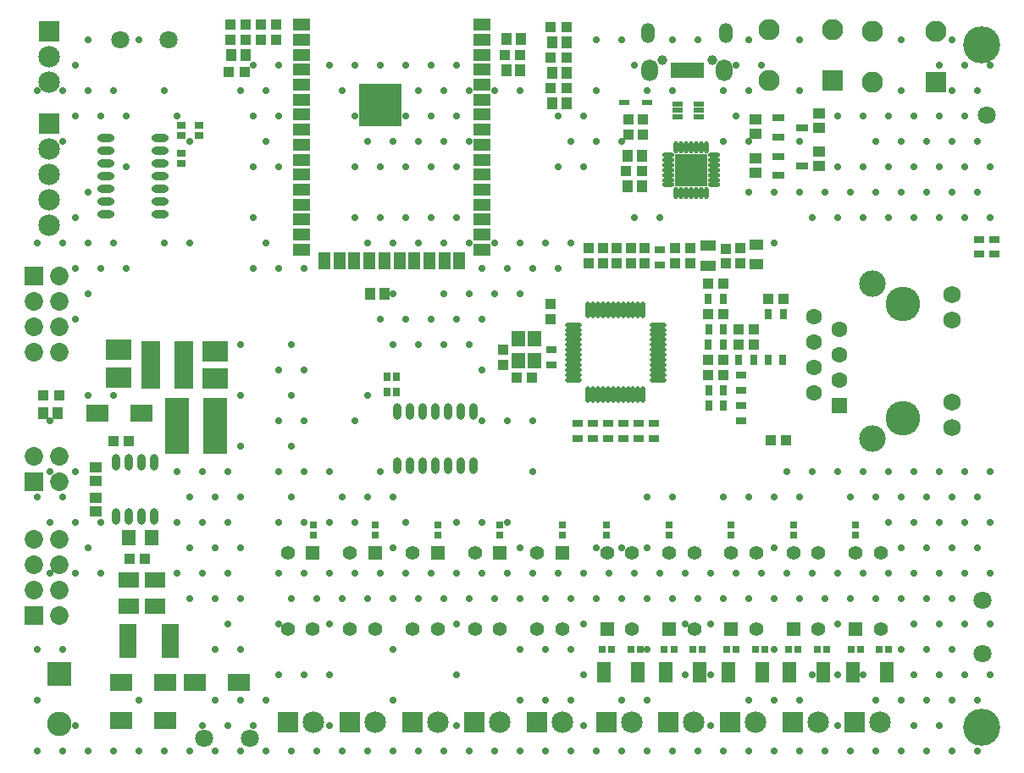
<source format=gts>
G04*
G04 #@! TF.GenerationSoftware,Altium Limited,Altium Designer,22.11.1 (43)*
G04*
G04 Layer_Color=8388736*
%FSLAX44Y44*%
%MOMM*%
G71*
G04*
G04 #@! TF.SameCoordinates,F8BDC5C1-D14C-489C-B73B-B84716E4099B*
G04*
G04*
G04 #@! TF.FilePolarity,Negative*
G04*
G01*
G75*
%ADD56R,1.0032X1.0032*%
%ADD57O,1.7032X0.8032*%
%ADD58R,0.8432X0.8032*%
%ADD59R,1.1032X0.7532*%
%ADD60O,0.8032X1.6532*%
%ADD61R,0.8032X0.8432*%
%ADD62R,2.3032X1.7532*%
%ADD63C,1.8032*%
%ADD64R,1.4032X2.0532*%
%ADD65R,0.7532X0.7532*%
%ADD66O,0.4532X1.2532*%
%ADD67R,3.3332X3.3332*%
%ADD68O,1.2532X0.4532*%
%ADD69R,0.7532X1.1032*%
%ADD70R,0.7532X0.7532*%
%ADD71R,2.0032X1.5032*%
%ADD72R,2.5032X2.1532*%
%ADD73R,1.7532X3.4132*%
%ADD74R,1.5432X1.0032*%
%ADD75R,1.0032X1.1532*%
%ADD76R,4.2032X4.2032*%
%ADD77R,1.7032X1.2032*%
%ADD78R,1.2032X1.7032*%
%ADD79R,1.0032X1.0032*%
%ADD80R,0.6532X1.5032*%
%ADD81R,2.3532X5.7032*%
%ADD82R,1.9532X4.7032*%
%ADD83R,1.4532X1.0032*%
%ADD84O,1.6532X0.5032*%
%ADD85O,0.5032X1.6532*%
%ADD86R,1.0032X0.6032*%
%ADD87R,1.1532X1.0032*%
%ADD88R,1.2032X0.8032*%
%ADD89R,1.4732X1.6002*%
%ADD90R,1.3532X1.6032*%
%ADD91C,2.1532*%
%ADD92R,2.1532X2.1532*%
%ADD93C,1.4032*%
%ADD94R,1.4032X1.4032*%
%ADD95R,2.1532X2.1532*%
%ADD96C,3.7084*%
%ADD97R,2.1082X2.1082*%
%ADD98C,2.1082*%
%ADD99R,1.6012X1.6012*%
%ADD100C,1.6012*%
%ADD101C,1.7332*%
%ADD102C,3.4532*%
%ADD103C,2.6482*%
%ADD104R,2.4532X2.4532*%
%ADD105C,2.4532*%
%ADD106C,1.8532*%
%ADD107R,1.8532X1.8532*%
%ADD108O,1.6532X2.2032*%
%ADD109O,1.3532X2.0032*%
%ADD110C,1.0032*%
%ADD111C,0.7032*%
D56*
X884348Y1150086D02*
D03*
Y1165086D02*
D03*
X870378Y1150086D02*
D03*
Y1165086D02*
D03*
X872490Y1036200D02*
D03*
Y1021200D02*
D03*
X858520Y1036080D02*
D03*
Y1021080D02*
D03*
X830580Y1021200D02*
D03*
Y1036200D02*
D03*
X792480Y965320D02*
D03*
Y980320D02*
D03*
X518160Y1259720D02*
D03*
Y1244720D02*
D03*
X472440Y1259720D02*
D03*
Y1244720D02*
D03*
X487680Y1259720D02*
D03*
Y1244720D02*
D03*
X502920Y1259720D02*
D03*
Y1244720D02*
D03*
X886460Y1021200D02*
D03*
Y1036200D02*
D03*
X981710D02*
D03*
Y1021200D02*
D03*
X744443Y919480D02*
D03*
Y934480D02*
D03*
X967740Y1035960D02*
D03*
Y1020960D02*
D03*
X932180Y1036080D02*
D03*
Y1021080D02*
D03*
X916940Y1036080D02*
D03*
Y1021080D02*
D03*
X844550Y1036200D02*
D03*
Y1021200D02*
D03*
D57*
X401650Y1070610D02*
D03*
Y1083310D02*
D03*
Y1096010D02*
D03*
Y1108710D02*
D03*
Y1121410D02*
D03*
Y1134110D02*
D03*
Y1146810D02*
D03*
X347650Y1070610D02*
D03*
Y1083310D02*
D03*
Y1096010D02*
D03*
Y1108710D02*
D03*
Y1121410D02*
D03*
Y1134110D02*
D03*
Y1146810D02*
D03*
D58*
X440690Y1158950D02*
D03*
Y1149350D02*
D03*
X422910Y1158950D02*
D03*
Y1149350D02*
D03*
Y1131010D02*
D03*
Y1121410D02*
D03*
D59*
X895350Y845940D02*
D03*
Y860940D02*
D03*
X880110Y860940D02*
D03*
Y845940D02*
D03*
X849630Y860820D02*
D03*
Y845820D02*
D03*
X982980Y894200D02*
D03*
Y909200D02*
D03*
Y878720D02*
D03*
Y863720D02*
D03*
X864870Y845940D02*
D03*
Y860940D02*
D03*
X819150Y860940D02*
D03*
Y845940D02*
D03*
X834390Y845940D02*
D03*
Y860940D02*
D03*
X792703Y934600D02*
D03*
Y919600D02*
D03*
X901700Y1019810D02*
D03*
Y1034810D02*
D03*
X1235710Y1045090D02*
D03*
Y1030090D02*
D03*
X1220470D02*
D03*
Y1045090D02*
D03*
D60*
X638810Y818570D02*
D03*
X651510D02*
D03*
X664210D02*
D03*
X676910D02*
D03*
X689610D02*
D03*
X702310D02*
D03*
X715010D02*
D03*
X638810Y873070D02*
D03*
X651510D02*
D03*
X664210D02*
D03*
X676910D02*
D03*
X689610D02*
D03*
X702310D02*
D03*
X715010D02*
D03*
X357759Y767770D02*
D03*
X370459D02*
D03*
X383159D02*
D03*
X395859D02*
D03*
X357759Y822270D02*
D03*
X370459D02*
D03*
X383159D02*
D03*
X395859D02*
D03*
D61*
X638530Y908050D02*
D03*
X628930D02*
D03*
X638530Y892810D02*
D03*
X628930D02*
D03*
D62*
X436470Y601980D02*
D03*
X480470D02*
D03*
X406810Y564104D02*
D03*
X362810D02*
D03*
X339540Y871220D02*
D03*
X383540D02*
D03*
X406810Y601980D02*
D03*
X362810D02*
D03*
D63*
X491490Y546100D02*
D03*
X1224280Y684530D02*
D03*
X361950Y1244600D02*
D03*
X410210D02*
D03*
X445770Y546100D02*
D03*
X1224280Y631190D02*
D03*
X1228090Y1169670D02*
D03*
D64*
X1064500Y612140D02*
D03*
X1031000D02*
D03*
X1003540D02*
D03*
X970040D02*
D03*
X1128000D02*
D03*
X1094500D02*
D03*
X941310D02*
D03*
X907810D02*
D03*
X879080D02*
D03*
X845580D02*
D03*
D65*
X881990Y635000D02*
D03*
X872490D02*
D03*
X915570D02*
D03*
X906070D02*
D03*
X934620D02*
D03*
X944120D02*
D03*
X977700D02*
D03*
X968200D02*
D03*
X1006250D02*
D03*
X996750D02*
D03*
X1039800D02*
D03*
X1030300D02*
D03*
X1058880D02*
D03*
X1068380D02*
D03*
X1092460D02*
D03*
X1101960D02*
D03*
X1130510D02*
D03*
X1121010D02*
D03*
X843940D02*
D03*
X853440D02*
D03*
D66*
X937688Y1137526D02*
D03*
X947688D02*
D03*
X942688D02*
D03*
X932688D02*
D03*
X927688D02*
D03*
X922688D02*
D03*
X917688D02*
D03*
Y1091526D02*
D03*
X922688D02*
D03*
X927688D02*
D03*
X932688D02*
D03*
X937688D02*
D03*
X942688D02*
D03*
X947688D02*
D03*
D67*
X932688Y1114526D02*
D03*
D68*
X909688Y1129526D02*
D03*
Y1124526D02*
D03*
Y1119526D02*
D03*
Y1114526D02*
D03*
Y1109526D02*
D03*
Y1104526D02*
D03*
Y1099526D02*
D03*
X955688D02*
D03*
Y1104526D02*
D03*
Y1109526D02*
D03*
Y1114526D02*
D03*
Y1119526D02*
D03*
Y1124526D02*
D03*
Y1129526D02*
D03*
D69*
X1009650Y924560D02*
D03*
X1024650D02*
D03*
X995560D02*
D03*
X980560D02*
D03*
X1009770Y970280D02*
D03*
X1024770D02*
D03*
X950200Y955040D02*
D03*
X965200D02*
D03*
X950080Y939800D02*
D03*
X965080D02*
D03*
X950200Y894080D02*
D03*
X965200D02*
D03*
X950200Y878840D02*
D03*
X965200D02*
D03*
X965080Y985520D02*
D03*
X950080D02*
D03*
D70*
X617220Y759130D02*
D03*
Y749630D02*
D03*
X554990Y759130D02*
D03*
Y749630D02*
D03*
X679450Y759130D02*
D03*
Y749630D02*
D03*
X803910Y759130D02*
D03*
Y749630D02*
D03*
X741680Y759130D02*
D03*
Y749630D02*
D03*
X848360Y759130D02*
D03*
Y749630D02*
D03*
X910590Y759130D02*
D03*
Y749630D02*
D03*
X972820Y759130D02*
D03*
Y749630D02*
D03*
X1035050Y759130D02*
D03*
Y749630D02*
D03*
X1097280Y759130D02*
D03*
Y749630D02*
D03*
D71*
X370540Y678180D02*
D03*
X396540D02*
D03*
Y704850D02*
D03*
X370540D02*
D03*
D72*
X457200Y905730D02*
D03*
Y933230D02*
D03*
X360680Y907000D02*
D03*
Y934500D02*
D03*
D73*
X412160Y643890D02*
D03*
X370160D02*
D03*
D74*
X949960Y1038960D02*
D03*
Y1018360D02*
D03*
D75*
X612110Y990600D02*
D03*
X626110D02*
D03*
X762650Y1245870D02*
D03*
X748650D02*
D03*
X473060Y1229360D02*
D03*
X487060D02*
D03*
X762030Y1214120D02*
D03*
X748030D02*
D03*
X869728Y1128496D02*
D03*
X883728D02*
D03*
X869728Y1098016D02*
D03*
X883728D02*
D03*
X794370Y1242060D02*
D03*
X808370D02*
D03*
X794370Y1211580D02*
D03*
X808370D02*
D03*
X794370Y1181100D02*
D03*
X808370D02*
D03*
X285100Y871220D02*
D03*
X299100D02*
D03*
D76*
X621730Y1179230D02*
D03*
D77*
X723730Y1259840D02*
D03*
X543730Y1259840D02*
D03*
Y1244840D02*
D03*
Y1229840D02*
D03*
Y1214840D02*
D03*
Y1199840D02*
D03*
Y1184840D02*
D03*
Y1169840D02*
D03*
Y1154840D02*
D03*
Y1139840D02*
D03*
Y1124840D02*
D03*
Y1109840D02*
D03*
Y1094840D02*
D03*
Y1079840D02*
D03*
Y1064840D02*
D03*
Y1049840D02*
D03*
Y1034840D02*
D03*
X723730Y1244840D02*
D03*
Y1229840D02*
D03*
Y1214840D02*
D03*
Y1199840D02*
D03*
Y1184840D02*
D03*
Y1169840D02*
D03*
Y1154840D02*
D03*
Y1139840D02*
D03*
Y1124840D02*
D03*
Y1109840D02*
D03*
Y1094840D02*
D03*
Y1079840D02*
D03*
Y1064840D02*
D03*
Y1049840D02*
D03*
Y1034840D02*
D03*
D78*
X566230Y1023620D02*
D03*
X581230D02*
D03*
X596230D02*
D03*
X611230D02*
D03*
X701230D02*
D03*
X686230D02*
D03*
X671230D02*
D03*
X656230D02*
D03*
X641230D02*
D03*
X626230D02*
D03*
D79*
X1009890Y985520D02*
D03*
X1024890D02*
D03*
X995560Y939800D02*
D03*
X980560D02*
D03*
X965080Y1000760D02*
D03*
X950080D02*
D03*
X965080Y909320D02*
D03*
X950080D02*
D03*
X1012310Y844550D02*
D03*
X1027310D02*
D03*
X470790Y1212850D02*
D03*
X486790D02*
D03*
X761880Y1229360D02*
D03*
X746880D02*
D03*
X965080Y924560D02*
D03*
X950080D02*
D03*
X965080Y970280D02*
D03*
X950080D02*
D03*
X995560Y955040D02*
D03*
X980560D02*
D03*
X758532Y906780D02*
D03*
X773532D02*
D03*
X883712Y1113256D02*
D03*
X867712D02*
D03*
X808530Y1257449D02*
D03*
X792530D02*
D03*
X808100Y1226820D02*
D03*
X792100D02*
D03*
X808100Y1196340D02*
D03*
X792100D02*
D03*
X370339Y843280D02*
D03*
X355339D02*
D03*
X386425Y725642D02*
D03*
X371425D02*
D03*
X284990Y889000D02*
D03*
X300990D02*
D03*
D80*
X915798Y1213796D02*
D03*
X922298D02*
D03*
X928798D02*
D03*
X935298D02*
D03*
X941798D02*
D03*
D81*
X418700Y858520D02*
D03*
X457200D02*
D03*
D82*
X392950Y919480D02*
D03*
X425450D02*
D03*
D83*
X998220Y1039970D02*
D03*
Y1019970D02*
D03*
D84*
X899500Y904680D02*
D03*
Y909680D02*
D03*
Y914680D02*
D03*
Y919680D02*
D03*
Y924680D02*
D03*
Y929680D02*
D03*
Y934680D02*
D03*
Y939680D02*
D03*
Y944680D02*
D03*
Y949680D02*
D03*
Y954680D02*
D03*
Y959680D02*
D03*
X815000D02*
D03*
Y954680D02*
D03*
Y949680D02*
D03*
Y944680D02*
D03*
Y939680D02*
D03*
Y934680D02*
D03*
Y929680D02*
D03*
Y924680D02*
D03*
Y919680D02*
D03*
Y914680D02*
D03*
Y909680D02*
D03*
Y904680D02*
D03*
D85*
X884750Y974430D02*
D03*
X879750D02*
D03*
X874750D02*
D03*
X869750D02*
D03*
X864750D02*
D03*
X859750D02*
D03*
X854750D02*
D03*
X849750D02*
D03*
X844750D02*
D03*
X839750D02*
D03*
X834750D02*
D03*
X829750D02*
D03*
Y889930D02*
D03*
X834750D02*
D03*
X839750D02*
D03*
X844750D02*
D03*
X849750D02*
D03*
X854750D02*
D03*
X859750D02*
D03*
X864750D02*
D03*
X869750D02*
D03*
X874750D02*
D03*
X879750D02*
D03*
X884750D02*
D03*
D86*
X889070Y1182370D02*
D03*
X866070D02*
D03*
X940818Y1180716D02*
D03*
Y1174216D02*
D03*
Y1167716D02*
D03*
X919318D02*
D03*
Y1180716D02*
D03*
Y1174216D02*
D03*
D87*
X1060878Y1157056D02*
D03*
Y1171056D02*
D03*
Y1118956D02*
D03*
Y1132956D02*
D03*
X997378Y1150706D02*
D03*
Y1164706D02*
D03*
Y1111986D02*
D03*
Y1125986D02*
D03*
X337820Y772780D02*
D03*
Y786780D02*
D03*
Y803260D02*
D03*
Y817260D02*
D03*
D88*
X1043904Y1156946D02*
D03*
X1019904Y1147446D02*
D03*
Y1166446D02*
D03*
X1043668Y1118336D02*
D03*
X1019668Y1108836D02*
D03*
Y1127836D02*
D03*
D89*
X393319Y746760D02*
D03*
X370459D02*
D03*
D90*
X760282Y923407D02*
D03*
X776282Y945407D02*
D03*
Y923407D02*
D03*
X760282Y945407D02*
D03*
D91*
X290830Y1202690D02*
D03*
Y1228090D02*
D03*
Y1059180D02*
D03*
Y1084580D02*
D03*
Y1135380D02*
D03*
Y1109980D02*
D03*
X803910Y562610D02*
D03*
X741680D02*
D03*
X679450D02*
D03*
X617220D02*
D03*
X554990D02*
D03*
X1059498D02*
D03*
X997585D02*
D03*
X1121410D02*
D03*
X935673D02*
D03*
X873760D02*
D03*
D92*
X290830Y1253490D02*
D03*
Y1160780D02*
D03*
D93*
X591920Y655320D02*
D03*
X616920D02*
D03*
X591920Y731520D02*
D03*
X529590D02*
D03*
X554590Y655320D02*
D03*
X529590D02*
D03*
X1122280D02*
D03*
X1097280Y731520D02*
D03*
X1122280D02*
D03*
X1060150Y655320D02*
D03*
X1035150Y731520D02*
D03*
X1060150D02*
D03*
X998020Y655320D02*
D03*
X973020Y731520D02*
D03*
X998020D02*
D03*
X935890Y655320D02*
D03*
X910890Y731520D02*
D03*
X935890D02*
D03*
X873760Y655320D02*
D03*
X848760Y731520D02*
D03*
X873760D02*
D03*
X778910D02*
D03*
X803910Y655320D02*
D03*
X778910D02*
D03*
X716580Y731520D02*
D03*
X741580Y655320D02*
D03*
X716580D02*
D03*
X654250Y731520D02*
D03*
X679250Y655320D02*
D03*
X654250D02*
D03*
D94*
X616920Y731520D02*
D03*
X554590D02*
D03*
X1097280Y655320D02*
D03*
X1035150D02*
D03*
X973020D02*
D03*
X910890D02*
D03*
X848760D02*
D03*
X803910Y731520D02*
D03*
X741580D02*
D03*
X679250D02*
D03*
D95*
X778510Y562610D02*
D03*
X716280D02*
D03*
X654050D02*
D03*
X591820D02*
D03*
X529590D02*
D03*
X1034098D02*
D03*
X972185D02*
D03*
X1096010D02*
D03*
X910273D02*
D03*
X848360D02*
D03*
D96*
X1223010Y1239520D02*
D03*
Y557530D02*
D03*
D97*
X1177290Y1202690D02*
D03*
X1074420Y1203960D02*
D03*
D98*
X1113790Y1253490D02*
D03*
Y1202690D02*
D03*
X1177290Y1253490D02*
D03*
X1010920Y1254760D02*
D03*
Y1203960D02*
D03*
X1074420Y1254760D02*
D03*
D99*
X1080790Y878770D02*
D03*
D100*
X1055390Y891470D02*
D03*
X1080790Y904170D02*
D03*
X1055390Y916870D02*
D03*
X1080790Y929570D02*
D03*
X1055390Y942270D02*
D03*
X1080790Y954970D02*
D03*
X1055390Y967670D02*
D03*
D101*
X1193290Y857020D02*
D03*
Y882420D02*
D03*
Y989520D02*
D03*
Y964120D02*
D03*
D102*
X1144290Y980420D02*
D03*
Y866120D02*
D03*
D103*
X1113790Y1000720D02*
D03*
Y845820D02*
D03*
D104*
X300990Y610470D02*
D03*
D105*
Y560470D02*
D03*
D106*
X300990Y828040D02*
D03*
X275590D02*
D03*
X300990Y802640D02*
D03*
Y694690D02*
D03*
X275590D02*
D03*
X300990Y669290D02*
D03*
X275590Y720090D02*
D03*
Y745490D02*
D03*
X300990Y720090D02*
D03*
Y745490D02*
D03*
Y932180D02*
D03*
Y957580D02*
D03*
X275590Y932180D02*
D03*
Y957580D02*
D03*
X300990Y1008380D02*
D03*
X275590Y982980D02*
D03*
X300990D02*
D03*
D107*
X275590Y802640D02*
D03*
Y669290D02*
D03*
Y1008380D02*
D03*
D108*
X966048Y1213796D02*
D03*
X891548D02*
D03*
D109*
X967548Y1251796D02*
D03*
X890048D02*
D03*
D110*
X903798Y1224296D02*
D03*
X953798D02*
D03*
D111*
X1231900Y1219200D02*
D03*
X1219200Y1193800D02*
D03*
Y1143000D02*
D03*
X1231900Y1117600D02*
D03*
X1219200Y1092200D02*
D03*
X1231900Y1066800D02*
D03*
Y812800D02*
D03*
X1219200Y787400D02*
D03*
X1231900Y762000D02*
D03*
X1219200Y736600D02*
D03*
X1231900Y711200D02*
D03*
Y660400D02*
D03*
Y609600D02*
D03*
X1219200Y584200D02*
D03*
Y533400D02*
D03*
X1193800Y1244600D02*
D03*
X1206500Y1219200D02*
D03*
X1193800Y1193800D02*
D03*
X1206500Y1168400D02*
D03*
X1193800Y1143000D02*
D03*
X1206500Y1117600D02*
D03*
X1193800Y1092200D02*
D03*
X1206500Y1066800D02*
D03*
Y812800D02*
D03*
X1193800Y787400D02*
D03*
X1206500Y762000D02*
D03*
X1193800Y736600D02*
D03*
X1206500Y711200D02*
D03*
X1193800Y685800D02*
D03*
X1206500Y660400D02*
D03*
X1193800Y635000D02*
D03*
X1206500Y609600D02*
D03*
X1193800Y584200D02*
D03*
Y533400D02*
D03*
X1181100Y1219200D02*
D03*
Y1168400D02*
D03*
X1168400Y1143000D02*
D03*
X1181100Y1117600D02*
D03*
X1168400Y1092200D02*
D03*
X1181100Y1066800D02*
D03*
Y812800D02*
D03*
X1168400Y787400D02*
D03*
X1181100Y762000D02*
D03*
X1168400Y736600D02*
D03*
X1181100Y711200D02*
D03*
X1168400Y685800D02*
D03*
X1181100Y660400D02*
D03*
X1168400Y635000D02*
D03*
X1181100Y609600D02*
D03*
X1168400Y584200D02*
D03*
X1181100Y558800D02*
D03*
X1168400Y533400D02*
D03*
X1143000Y1244600D02*
D03*
Y1193800D02*
D03*
X1155700Y1168400D02*
D03*
X1143000Y1143000D02*
D03*
X1155700Y1117600D02*
D03*
X1143000Y1092200D02*
D03*
X1155700Y1066800D02*
D03*
Y812800D02*
D03*
X1143000Y787400D02*
D03*
X1155700Y762000D02*
D03*
X1143000Y736600D02*
D03*
X1155700Y711200D02*
D03*
X1143000Y685800D02*
D03*
X1155700Y660400D02*
D03*
X1143000Y635000D02*
D03*
X1155700Y609600D02*
D03*
X1143000Y584200D02*
D03*
X1155700Y558800D02*
D03*
X1143000Y533400D02*
D03*
X1130300Y1168400D02*
D03*
X1117600Y1143000D02*
D03*
X1130300Y1117600D02*
D03*
X1117600Y1092200D02*
D03*
X1130300Y1066800D02*
D03*
Y812800D02*
D03*
X1117600Y787400D02*
D03*
X1130300Y762000D02*
D03*
Y711200D02*
D03*
X1117600Y685800D02*
D03*
Y584200D02*
D03*
Y533400D02*
D03*
X1104900Y1168400D02*
D03*
Y1117600D02*
D03*
X1092200Y1092200D02*
D03*
X1104900Y1066800D02*
D03*
Y812800D02*
D03*
X1092200Y787400D02*
D03*
X1104900Y711200D02*
D03*
X1092200Y685800D02*
D03*
X1104900Y609600D02*
D03*
X1092200Y533400D02*
D03*
X1079500Y1168400D02*
D03*
Y1117600D02*
D03*
X1066800Y1092200D02*
D03*
X1079500Y1066800D02*
D03*
Y812800D02*
D03*
Y711200D02*
D03*
X1066800Y685800D02*
D03*
X1079500Y660400D02*
D03*
Y609600D02*
D03*
Y558800D02*
D03*
X1066800Y533400D02*
D03*
X1041400Y1244600D02*
D03*
Y1193800D02*
D03*
Y1143000D02*
D03*
Y1092200D02*
D03*
X1054100Y1066800D02*
D03*
Y812800D02*
D03*
X1041400Y787400D02*
D03*
X1054100Y711200D02*
D03*
X1041400Y685800D02*
D03*
X1054100Y609600D02*
D03*
X1041400Y584200D02*
D03*
Y533400D02*
D03*
X1016000Y1092200D02*
D03*
Y1041400D02*
D03*
X1028700Y812800D02*
D03*
X1016000Y787400D02*
D03*
Y736600D02*
D03*
X1028700Y711200D02*
D03*
X1016000Y685800D02*
D03*
Y635000D02*
D03*
Y584200D02*
D03*
Y533400D02*
D03*
X990600Y1244600D02*
D03*
X1003300Y1219200D02*
D03*
X990600Y1193800D02*
D03*
Y1143000D02*
D03*
Y1092200D02*
D03*
Y787400D02*
D03*
X1003300Y711200D02*
D03*
X990600Y685800D02*
D03*
Y584200D02*
D03*
Y533400D02*
D03*
X977900Y1219200D02*
D03*
X965200Y1193800D02*
D03*
X977900Y1168400D02*
D03*
X965200Y1143000D02*
D03*
Y787400D02*
D03*
X977900Y711200D02*
D03*
X965200Y685800D02*
D03*
Y533400D02*
D03*
X939800Y1244600D02*
D03*
X952500Y711200D02*
D03*
X939800Y685800D02*
D03*
X952500Y660400D02*
D03*
Y609600D02*
D03*
Y558800D02*
D03*
X939800Y533400D02*
D03*
X914400Y1244600D02*
D03*
Y1193800D02*
D03*
Y787400D02*
D03*
X927100Y711200D02*
D03*
X914400Y685800D02*
D03*
X927100Y660400D02*
D03*
Y609600D02*
D03*
X914400Y533400D02*
D03*
X889000Y1193800D02*
D03*
X901700Y1066800D02*
D03*
X889000Y787400D02*
D03*
Y736600D02*
D03*
X901700Y711200D02*
D03*
X889000Y685800D02*
D03*
Y635000D02*
D03*
Y584200D02*
D03*
Y533400D02*
D03*
X863600Y1244600D02*
D03*
X876300Y1219200D02*
D03*
X863600Y1143000D02*
D03*
X876300Y1066800D02*
D03*
X863600Y736600D02*
D03*
X876300Y711200D02*
D03*
X863600Y685800D02*
D03*
Y584200D02*
D03*
Y533400D02*
D03*
X838200Y1244600D02*
D03*
Y1193800D02*
D03*
Y1143000D02*
D03*
Y736600D02*
D03*
X850900Y711200D02*
D03*
X838200Y685800D02*
D03*
Y533400D02*
D03*
X825500Y1168400D02*
D03*
X812800Y1143000D02*
D03*
X825500Y1117600D02*
D03*
X812800Y1041400D02*
D03*
X825500Y711200D02*
D03*
X812800Y685800D02*
D03*
X825500Y660400D02*
D03*
X812800Y635000D02*
D03*
X825500Y609600D02*
D03*
X812800Y584200D02*
D03*
X825500Y558800D02*
D03*
X812800Y533400D02*
D03*
X800100Y1168400D02*
D03*
Y1117600D02*
D03*
X787400Y1041400D02*
D03*
X800100Y1016000D02*
D03*
Y711200D02*
D03*
X787400Y685800D02*
D03*
Y635000D02*
D03*
Y584200D02*
D03*
Y533400D02*
D03*
X762000Y1193800D02*
D03*
Y1041400D02*
D03*
X774700Y1016000D02*
D03*
X762000Y990600D02*
D03*
X774700Y863600D02*
D03*
Y812800D02*
D03*
X762000Y736600D02*
D03*
X774700Y711200D02*
D03*
X762000Y685800D02*
D03*
Y635000D02*
D03*
Y584200D02*
D03*
Y533400D02*
D03*
X736600Y1193800D02*
D03*
Y1041400D02*
D03*
X749300Y1016000D02*
D03*
X736600Y990600D02*
D03*
X749300Y863600D02*
D03*
Y762000D02*
D03*
Y711200D02*
D03*
X736600Y685800D02*
D03*
Y533400D02*
D03*
X711200Y1193800D02*
D03*
Y1143000D02*
D03*
Y1041400D02*
D03*
X723900Y1016000D02*
D03*
X711200Y990600D02*
D03*
X723900Y965200D02*
D03*
X711200Y939800D02*
D03*
X723900Y914400D02*
D03*
Y863600D02*
D03*
Y762000D02*
D03*
Y711200D02*
D03*
X711200Y685800D02*
D03*
Y533400D02*
D03*
X698500Y1219200D02*
D03*
X685800Y1193800D02*
D03*
X698500Y1168400D02*
D03*
X685800Y1143000D02*
D03*
X698500Y1117600D02*
D03*
Y1066800D02*
D03*
X685800Y1041400D02*
D03*
Y990600D02*
D03*
X698500Y965200D02*
D03*
X685800Y939800D02*
D03*
X698500Y762000D02*
D03*
Y711200D02*
D03*
X685800Y685800D02*
D03*
X698500Y660400D02*
D03*
Y609600D02*
D03*
Y558800D02*
D03*
X685800Y533400D02*
D03*
X673100Y1219200D02*
D03*
X660400Y1193800D02*
D03*
X673100Y1168400D02*
D03*
X660400Y1143000D02*
D03*
X673100Y1117600D02*
D03*
Y1066800D02*
D03*
X660400Y1041400D02*
D03*
X673100Y965200D02*
D03*
X660400Y939800D02*
D03*
X673100Y711200D02*
D03*
X660400Y685800D02*
D03*
Y533400D02*
D03*
X647700Y1219200D02*
D03*
Y1168400D02*
D03*
X635000Y1143000D02*
D03*
X647700Y1117600D02*
D03*
Y1066800D02*
D03*
X635000Y1041400D02*
D03*
Y990600D02*
D03*
X647700Y965200D02*
D03*
X635000Y939800D02*
D03*
Y787400D02*
D03*
X647700Y762000D02*
D03*
X635000Y736600D02*
D03*
X647700Y711200D02*
D03*
X635000Y685800D02*
D03*
Y635000D02*
D03*
Y584200D02*
D03*
Y533400D02*
D03*
X622300Y1219200D02*
D03*
X609600Y1143000D02*
D03*
X622300Y1117600D02*
D03*
Y1066800D02*
D03*
X609600Y1041400D02*
D03*
X622300Y965200D02*
D03*
X609600Y889000D02*
D03*
X622300Y812800D02*
D03*
X609600Y787400D02*
D03*
X622300Y711200D02*
D03*
X609600Y685800D02*
D03*
Y533400D02*
D03*
X596900Y1219200D02*
D03*
X584200Y1193800D02*
D03*
X596900Y1168400D02*
D03*
Y1117600D02*
D03*
Y1066800D02*
D03*
Y863600D02*
D03*
X584200Y787400D02*
D03*
X596900Y762000D02*
D03*
Y711200D02*
D03*
X584200Y685800D02*
D03*
Y533400D02*
D03*
X571500Y1219200D02*
D03*
Y812800D02*
D03*
Y762000D02*
D03*
Y711200D02*
D03*
X558800Y685800D02*
D03*
X571500Y660400D02*
D03*
Y609600D02*
D03*
Y558800D02*
D03*
X558800Y533400D02*
D03*
X546100Y1016000D02*
D03*
X533400Y939800D02*
D03*
X546100Y914400D02*
D03*
X533400Y889000D02*
D03*
X546100Y863600D02*
D03*
X533400Y838200D02*
D03*
X546100Y812800D02*
D03*
X533400Y787400D02*
D03*
X546100Y762000D02*
D03*
Y711200D02*
D03*
X533400Y685800D02*
D03*
X546100Y609600D02*
D03*
X533400Y533400D02*
D03*
X520700Y1219200D02*
D03*
X508000Y1193800D02*
D03*
X520700Y1168400D02*
D03*
X508000Y1143000D02*
D03*
X520700Y1117600D02*
D03*
X508000Y1041400D02*
D03*
X520700Y1016000D02*
D03*
Y914400D02*
D03*
Y863600D02*
D03*
Y812800D02*
D03*
Y762000D02*
D03*
Y711200D02*
D03*
Y660400D02*
D03*
Y609600D02*
D03*
X508000Y584200D02*
D03*
Y533400D02*
D03*
X495300Y1219200D02*
D03*
X482600Y1193800D02*
D03*
X495300Y1168400D02*
D03*
Y1117600D02*
D03*
Y1066800D02*
D03*
Y1016000D02*
D03*
X482600Y939800D02*
D03*
Y889000D02*
D03*
Y838200D02*
D03*
Y787400D02*
D03*
Y736600D02*
D03*
Y685800D02*
D03*
Y635000D02*
D03*
Y584200D02*
D03*
X495300Y558800D02*
D03*
X482600Y533400D02*
D03*
X469900Y812800D02*
D03*
X457200Y787400D02*
D03*
X469900Y762000D02*
D03*
X457200Y736600D02*
D03*
X469900Y711200D02*
D03*
X457200Y685800D02*
D03*
X469900Y660400D02*
D03*
X457200Y635000D02*
D03*
Y584200D02*
D03*
X469900Y558800D02*
D03*
X457200Y533400D02*
D03*
X431800Y1143000D02*
D03*
Y1041400D02*
D03*
X444500Y812800D02*
D03*
X431800Y787400D02*
D03*
X444500Y762000D02*
D03*
X431800Y736600D02*
D03*
X444500Y711200D02*
D03*
X431800Y685800D02*
D03*
X444500Y558800D02*
D03*
X431800Y533400D02*
D03*
X406400Y1193800D02*
D03*
X419100Y1168400D02*
D03*
X406400Y1041400D02*
D03*
X419100Y812800D02*
D03*
Y762000D02*
D03*
Y711200D02*
D03*
X406400Y533400D02*
D03*
X381000Y1244600D02*
D03*
Y584200D02*
D03*
Y533400D02*
D03*
X355600Y1193800D02*
D03*
X368300Y1168400D02*
D03*
Y1117600D02*
D03*
X355600Y1041400D02*
D03*
X368300Y1016000D02*
D03*
X355600Y889000D02*
D03*
Y533400D02*
D03*
X330200Y1244600D02*
D03*
Y1193800D02*
D03*
X342900Y1168400D02*
D03*
X330200Y1092200D02*
D03*
Y1041400D02*
D03*
X342900Y1016000D02*
D03*
X330200Y990600D02*
D03*
Y889000D02*
D03*
X342900Y762000D02*
D03*
X330200Y736600D02*
D03*
X342900Y711200D02*
D03*
X330200Y533400D02*
D03*
X317500Y1219200D02*
D03*
X304800Y1193800D02*
D03*
X317500Y1168400D02*
D03*
X304800Y1143000D02*
D03*
X317500Y1066800D02*
D03*
X304800Y1041400D02*
D03*
X317500Y1016000D02*
D03*
Y965200D02*
D03*
Y812800D02*
D03*
X304800Y787400D02*
D03*
X317500Y762000D02*
D03*
Y711200D02*
D03*
X304800Y635000D02*
D03*
X317500Y558800D02*
D03*
X304800Y533400D02*
D03*
X279400Y1193800D02*
D03*
Y1041400D02*
D03*
X292100Y863600D02*
D03*
Y812800D02*
D03*
X279400Y787400D02*
D03*
X292100Y762000D02*
D03*
Y711200D02*
D03*
X279400Y635000D02*
D03*
Y584200D02*
D03*
Y533400D02*
D03*
X932688Y1114526D02*
D03*
Y1125526D02*
D03*
Y1103526D02*
D03*
X921688Y1114526D02*
D03*
Y1125526D02*
D03*
X943688Y1114526D02*
D03*
Y1125526D02*
D03*
X921688Y1103526D02*
D03*
X943688D02*
D03*
M02*

</source>
